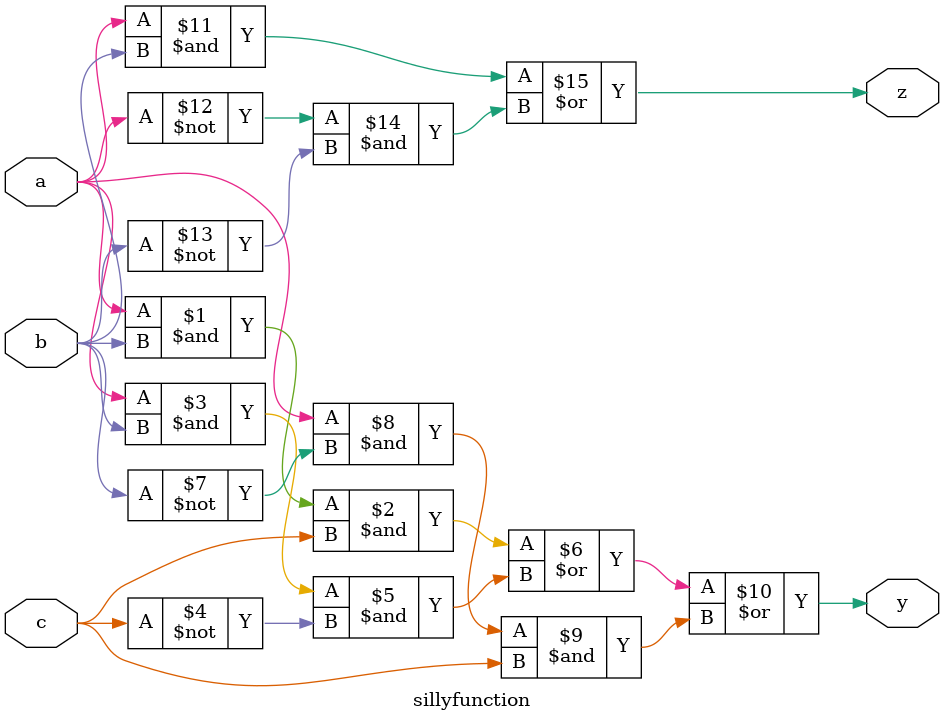
<source format=sv>
module sillyfunction(input  logic a, b, c,
                     output logic y, z);

  assign y = a &  b &  c |
             a &  b & ~c |
             a & ~b &  c;
  assign z =  a &  b|
             ~a & ~b;

endmodule

</source>
